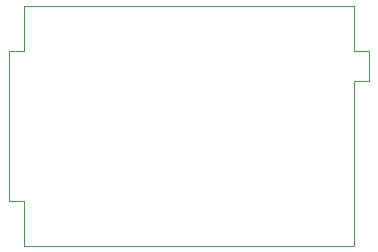
<source format=gbr>
%TF.GenerationSoftware,KiCad,Pcbnew,(5.1.9)-1*%
%TF.CreationDate,2021-08-02T18:10:52+02:00*%
%TF.ProjectId,10_Audio_Facile,31305f41-7564-4696-9f5f-466163696c65,rev?*%
%TF.SameCoordinates,Original*%
%TF.FileFunction,Paste,Bot*%
%TF.FilePolarity,Positive*%
%FSLAX46Y46*%
G04 Gerber Fmt 4.6, Leading zero omitted, Abs format (unit mm)*
G04 Created by KiCad (PCBNEW (5.1.9)-1) date 2021-08-02 18:10:52*
%MOMM*%
%LPD*%
G01*
G04 APERTURE LIST*
%TA.AperFunction,Profile*%
%ADD10C,0.050000*%
%TD*%
G04 APERTURE END LIST*
D10*
X130810000Y-67310000D02*
X129540000Y-67310000D01*
X130810000Y-64770000D02*
X130810000Y-67310000D01*
X129540000Y-64770000D02*
X130810000Y-64770000D01*
X129540000Y-60960000D02*
X129540000Y-64770000D01*
X129540000Y-67310000D02*
X129540000Y-81280000D01*
X101600000Y-60960000D02*
X129540000Y-60960000D01*
X101600000Y-77470000D02*
X101600000Y-81280000D01*
X100330000Y-77470000D02*
X101600000Y-77470000D01*
X101600000Y-60960000D02*
X101600000Y-64770000D01*
X101600000Y-64770000D02*
X100330000Y-64770000D01*
X129540000Y-81280000D02*
X101600000Y-81280000D01*
X100330000Y-77470000D02*
X100330000Y-64770000D01*
M02*

</source>
